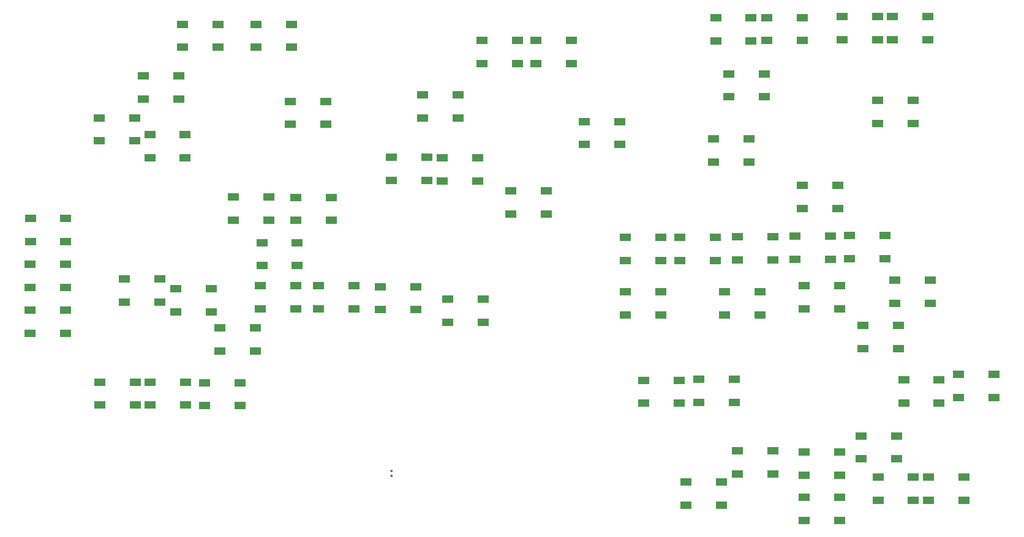
<source format=gbr>
%TF.GenerationSoftware,KiCad,Pcbnew,(5.1.6)-1*%
%TF.CreationDate,2020-11-25T11:28:29+11:00*%
%TF.ProjectId,SNSR Panel PCB V1,534e5352-2050-4616-9e65-6c2050434220,rev?*%
%TF.SameCoordinates,Original*%
%TF.FileFunction,Paste,Top*%
%TF.FilePolarity,Positive*%
%FSLAX46Y46*%
G04 Gerber Fmt 4.6, Leading zero omitted, Abs format (unit mm)*
G04 Created by KiCad (PCBNEW (5.1.6)-1) date 2020-11-25 11:28:29*
%MOMM*%
%LPD*%
G01*
G04 APERTURE LIST*
%ADD10R,1.500000X1.000000*%
G04 APERTURE END LIST*
D10*
%TO.C,D59*%
X167541000Y-102133000D03*
X167541000Y-105333000D03*
X172441000Y-102133000D03*
X172441000Y-105333000D03*
%TD*%
%TO.C,D58*%
X175135000Y-102032000D03*
X175135000Y-105232000D03*
X180035000Y-102032000D03*
X180035000Y-105232000D03*
%TD*%
%TO.C,D57*%
X173408000Y-116230000D03*
X173408000Y-119430000D03*
X178308000Y-116230000D03*
X178308000Y-119430000D03*
%TD*%
%TO.C,D56*%
X180520000Y-111887000D03*
X180520000Y-115087000D03*
X185420000Y-111887000D03*
X185420000Y-115087000D03*
%TD*%
%TO.C,D55*%
X189766000Y-118364000D03*
X189766000Y-121564000D03*
X194666000Y-118364000D03*
X194666000Y-121564000D03*
%TD*%
%TO.C,D54*%
X189766000Y-112090000D03*
X189766000Y-115290000D03*
X194666000Y-112090000D03*
X194666000Y-115290000D03*
%TD*%
%TO.C,D53*%
X197575000Y-109830000D03*
X197575000Y-113030000D03*
X202475000Y-109830000D03*
X202475000Y-113030000D03*
%TD*%
%TO.C,D52*%
X199937000Y-115545000D03*
X199937000Y-118745000D03*
X204837000Y-115545000D03*
X204837000Y-118745000D03*
%TD*%
%TO.C,D51*%
X206911000Y-115519000D03*
X206911000Y-118719000D03*
X211811000Y-115519000D03*
X211811000Y-118719000D03*
%TD*%
%TO.C,D50*%
X211102000Y-101346000D03*
X211102000Y-104546000D03*
X216002000Y-101346000D03*
X216002000Y-104546000D03*
%TD*%
%TO.C,D49*%
X203493000Y-102108000D03*
X203493000Y-105308000D03*
X208393000Y-102108000D03*
X208393000Y-105308000D03*
%TD*%
%TO.C,D48*%
X197843000Y-94564200D03*
X197843000Y-97764200D03*
X202743000Y-94564200D03*
X202743000Y-97764200D03*
%TD*%
%TO.C,D47*%
X202262000Y-88315800D03*
X202262000Y-91515800D03*
X207162000Y-88315800D03*
X207162000Y-91515800D03*
%TD*%
%TO.C,D46*%
X189766000Y-89027000D03*
X189766000Y-92227000D03*
X194666000Y-89027000D03*
X194666000Y-92227000D03*
%TD*%
%TO.C,D45*%
X178691000Y-89916000D03*
X178691000Y-93116000D03*
X183591000Y-89916000D03*
X183591000Y-93116000D03*
%TD*%
%TO.C,D44*%
X165026000Y-89890600D03*
X165026000Y-93090600D03*
X169926000Y-89890600D03*
X169926000Y-93090600D03*
%TD*%
%TO.C,D43*%
X196014000Y-82118200D03*
X196014000Y-85318200D03*
X200914000Y-82118200D03*
X200914000Y-85318200D03*
%TD*%
%TO.C,D42*%
X188496000Y-82219800D03*
X188496000Y-85419800D03*
X193396000Y-82219800D03*
X193396000Y-85419800D03*
%TD*%
%TO.C,D41*%
X180469000Y-82245200D03*
X180469000Y-85445200D03*
X185369000Y-82245200D03*
X185369000Y-85445200D03*
%TD*%
%TO.C,D40*%
X172570000Y-82346800D03*
X172570000Y-85546800D03*
X177470000Y-82346800D03*
X177470000Y-85546800D03*
%TD*%
%TO.C,D39*%
X165001000Y-82346800D03*
X165001000Y-85546800D03*
X169901000Y-82346800D03*
X169901000Y-85546800D03*
%TD*%
%TO.C,D38*%
X189512000Y-75158600D03*
X189512000Y-78358600D03*
X194412000Y-75158600D03*
X194412000Y-78358600D03*
%TD*%
%TO.C,R1*%
G36*
G01*
X132790500Y-114835000D02*
X132589500Y-114835000D01*
G75*
G02*
X132510000Y-114755500I0J79500D01*
G01*
X132510000Y-114596500D01*
G75*
G02*
X132589500Y-114517000I79500J0D01*
G01*
X132790500Y-114517000D01*
G75*
G02*
X132870000Y-114596500I0J-79500D01*
G01*
X132870000Y-114755500D01*
G75*
G02*
X132790500Y-114835000I-79500J0D01*
G01*
G37*
G36*
G01*
X132790500Y-115525000D02*
X132589500Y-115525000D01*
G75*
G02*
X132510000Y-115445500I0J79500D01*
G01*
X132510000Y-115286500D01*
G75*
G02*
X132589500Y-115207000I79500J0D01*
G01*
X132790500Y-115207000D01*
G75*
G02*
X132870000Y-115286500I0J-79500D01*
G01*
X132870000Y-115445500D01*
G75*
G02*
X132790500Y-115525000I-79500J0D01*
G01*
G37*
%TD*%
%TO.C,D37*%
X199875000Y-63423800D03*
X199875000Y-66623800D03*
X204775000Y-63423800D03*
X204775000Y-66623800D03*
%TD*%
%TO.C,D36*%
X201932000Y-51790600D03*
X201932000Y-54990600D03*
X206832000Y-51790600D03*
X206832000Y-54990600D03*
%TD*%
%TO.C,D35*%
X194947000Y-51791000D03*
X194947000Y-54991000D03*
X199847000Y-51791000D03*
X199847000Y-54991000D03*
%TD*%
%TO.C,D34*%
X184584000Y-51918000D03*
X184584000Y-55118000D03*
X189484000Y-51918000D03*
X189484000Y-55118000D03*
%TD*%
%TO.C,D33*%
X177497000Y-51994200D03*
X177497000Y-55194200D03*
X182397000Y-51994200D03*
X182397000Y-55194200D03*
%TD*%
%TO.C,D32*%
X179349000Y-59715800D03*
X179349000Y-62915800D03*
X184249000Y-59715800D03*
X184249000Y-62915800D03*
%TD*%
%TO.C,D31*%
X177190000Y-68707400D03*
X177190000Y-71907400D03*
X182090000Y-68707400D03*
X182090000Y-71907400D03*
%TD*%
%TO.C,D30*%
X159311000Y-66319400D03*
X159311000Y-69519400D03*
X164211000Y-66319400D03*
X164211000Y-69519400D03*
%TD*%
%TO.C,D29*%
X152668000Y-55067400D03*
X152668000Y-58267400D03*
X157568000Y-55067400D03*
X157568000Y-58267400D03*
%TD*%
%TO.C,D28*%
X145200000Y-55092800D03*
X145200000Y-58292800D03*
X150100000Y-55092800D03*
X150100000Y-58292800D03*
%TD*%
%TO.C,D27*%
X136957000Y-62636400D03*
X136957000Y-65836400D03*
X141857000Y-62636400D03*
X141857000Y-65836400D03*
%TD*%
%TO.C,D26*%
X132666000Y-71297800D03*
X132666000Y-74497800D03*
X137566000Y-71297800D03*
X137566000Y-74497800D03*
%TD*%
%TO.C,D25*%
X139702000Y-71374000D03*
X139702000Y-74574000D03*
X144602000Y-71374000D03*
X144602000Y-74574000D03*
%TD*%
%TO.C,D24*%
X149151000Y-75920600D03*
X149151000Y-79120600D03*
X154051000Y-75920600D03*
X154051000Y-79120600D03*
%TD*%
%TO.C,D23*%
X140439000Y-90932000D03*
X140439000Y-94132000D03*
X145339000Y-90932000D03*
X145339000Y-94132000D03*
%TD*%
%TO.C,D22*%
X131168000Y-89179400D03*
X131168000Y-92379400D03*
X136068000Y-89179400D03*
X136068000Y-92379400D03*
%TD*%
%TO.C,D21*%
X122608000Y-89027000D03*
X122608000Y-92227000D03*
X127508000Y-89027000D03*
X127508000Y-92227000D03*
%TD*%
%TO.C,D20*%
X114556000Y-89077800D03*
X114556000Y-92277800D03*
X119456000Y-89077800D03*
X119456000Y-92277800D03*
%TD*%
%TO.C,D19*%
X106821000Y-102464000D03*
X106821000Y-105664000D03*
X111721000Y-102464000D03*
X111721000Y-105664000D03*
%TD*%
%TO.C,D18*%
X99291000Y-102387000D03*
X99291000Y-105587000D03*
X104191000Y-102387000D03*
X104191000Y-105587000D03*
%TD*%
%TO.C,D17*%
X92331200Y-102387000D03*
X92331200Y-105587000D03*
X97231200Y-102387000D03*
X97231200Y-105587000D03*
%TD*%
%TO.C,D16*%
X108941000Y-94920200D03*
X108941000Y-98120200D03*
X113841000Y-94920200D03*
X113841000Y-98120200D03*
%TD*%
%TO.C,D15*%
X102845000Y-89484200D03*
X102845000Y-92684200D03*
X107745000Y-89484200D03*
X107745000Y-92684200D03*
%TD*%
%TO.C,D14*%
X95785600Y-88087600D03*
X95785600Y-91287600D03*
X100685600Y-88087600D03*
X100685600Y-91287600D03*
%TD*%
%TO.C,D13*%
X114759000Y-83083800D03*
X114759000Y-86283800D03*
X119659000Y-83083800D03*
X119659000Y-86283800D03*
%TD*%
%TO.C,D12*%
X119433000Y-76809600D03*
X119433000Y-80009600D03*
X124333000Y-76809600D03*
X124333000Y-80009600D03*
%TD*%
%TO.C,D11*%
X110848000Y-76784200D03*
X110848000Y-79984200D03*
X115748000Y-76784200D03*
X115748000Y-79984200D03*
%TD*%
%TO.C,D10*%
X118671000Y-63525400D03*
X118671000Y-66725400D03*
X123571000Y-63525400D03*
X123571000Y-66725400D03*
%TD*%
%TO.C,D9*%
X113947000Y-52857400D03*
X113947000Y-56057400D03*
X118847000Y-52857400D03*
X118847000Y-56057400D03*
%TD*%
%TO.C,D8*%
X103812000Y-52857800D03*
X103812000Y-56057800D03*
X108712000Y-52857800D03*
X108712000Y-56057800D03*
%TD*%
%TO.C,D7*%
X98351000Y-60020200D03*
X98351000Y-63220200D03*
X103251000Y-60020200D03*
X103251000Y-63220200D03*
%TD*%
%TO.C,D6*%
X99263000Y-68148200D03*
X99263000Y-71348200D03*
X104163000Y-68148200D03*
X104163000Y-71348200D03*
%TD*%
%TO.C,D5*%
X92278200Y-65811400D03*
X92278200Y-69011400D03*
X97178200Y-65811400D03*
X97178200Y-69011400D03*
%TD*%
%TO.C,D4*%
X82753200Y-79705200D03*
X82753200Y-82905200D03*
X87653200Y-79705200D03*
X87653200Y-82905200D03*
%TD*%
%TO.C,D3*%
X82690800Y-86055400D03*
X82690800Y-89255400D03*
X87590800Y-86055400D03*
X87590800Y-89255400D03*
%TD*%
%TO.C,D2*%
X82679200Y-92405200D03*
X82679200Y-95605200D03*
X87579200Y-92405200D03*
X87579200Y-95605200D03*
%TD*%
M02*

</source>
